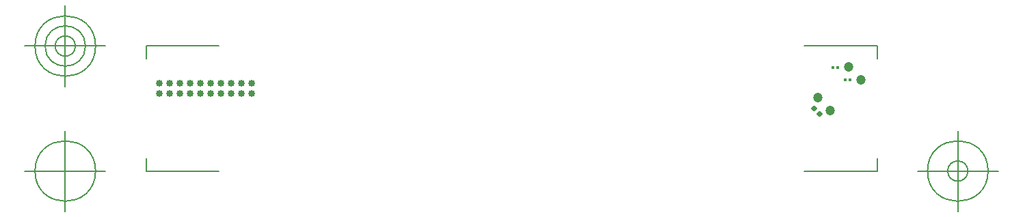
<source format=gbr>
G04 Generated by Ultiboard 14.2 *
%FSLAX46Y46*%
%MOIN*%

%ADD10C,0.000001*%
%ADD11C,0.005000*%
%ADD12C,0.033465*%
%ADD13C,0.047244*%
%ADD14P,0.032293X4*%
%ADD15R,0.018110X0.016535*%


G04 ColorRGB 9900CC for the following layer *
%LN_uc5963b710a5c425e955c42*%
%LPD*%
G54D10*
G54D11*
X-10000Y-206850D02*
X-10000Y-145795D01*
X-10000Y-206850D02*
X346331Y-206850D01*
X3553307Y-206850D02*
X3196976Y-206850D01*
X3553307Y-206850D02*
X3553307Y-145795D01*
X3553307Y403701D02*
X3553307Y342646D01*
X3553307Y403701D02*
X3196976Y403701D01*
X-10000Y403701D02*
X346331Y403701D01*
X-10000Y403701D02*
X-10000Y342646D01*
X-206850Y-206850D02*
X-600551Y-206850D01*
X-403701Y-403701D02*
X-403701Y-10000D01*
X-551339Y-206850D02*
G75*
D01*
G02X-551339Y-206850I147638J0*
G01*
X3750157Y-206850D02*
X4143858Y-206850D01*
X3947008Y-403701D02*
X3947008Y-10000D01*
X3799370Y-206850D02*
G75*
D01*
G02X3799370Y-206850I147638J0*
G01*
X3897795Y-206850D02*
G75*
D01*
G02X3897795Y-206850I49213J0*
G01*
X-206850Y403701D02*
X-600551Y403701D01*
X-403701Y206850D02*
X-403701Y600551D01*
X-551339Y403701D02*
G75*
D01*
G02X-551339Y403701I147638J0*
G01*
X-502126Y403701D02*
G75*
D01*
G02X-502126Y403701I98425J0*
G01*
X-452913Y403701D02*
G75*
D01*
G02X-452913Y403701I49212J0*
G01*
G54D12*
X305000Y171850D03*
X255000Y171850D03*
X355000Y171850D03*
X155000Y171850D03*
X55000Y171850D03*
X105000Y171850D03*
X355000Y221850D03*
X305000Y221850D03*
X255000Y221850D03*
X205000Y221850D03*
X155000Y221850D03*
X105000Y221850D03*
X55000Y221850D03*
X205000Y171850D03*
X505000Y221850D03*
X455000Y221850D03*
X405000Y221850D03*
X405000Y171850D03*
X455000Y171850D03*
X505000Y171850D03*
G54D13*
X3476210Y238994D03*
X3413994Y301210D03*
X3263790Y151006D03*
X3326006Y88790D03*
G54D14*
X3245245Y97527D03*
X3247473Y99755D03*
X3272527Y70245D03*
X3274755Y72473D03*
G54D15*
X3422992Y240000D03*
X3397008Y240000D03*
X3337008Y300000D03*
X3362992Y300000D03*

M02*

</source>
